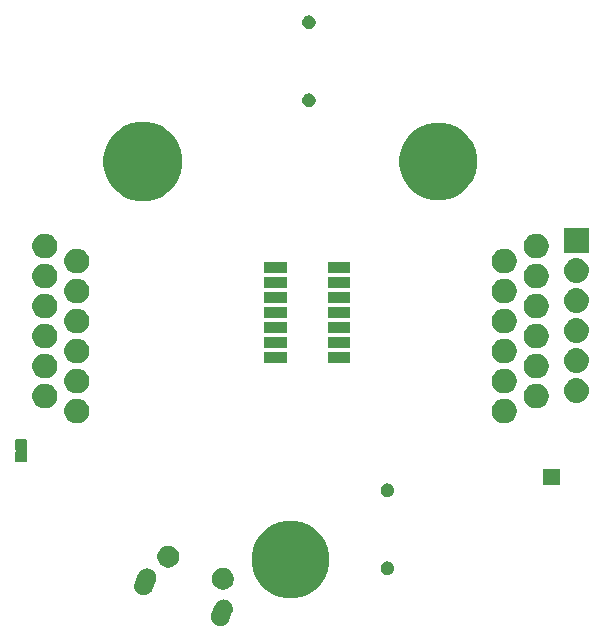
<source format=gbs>
G04 #@! TF.GenerationSoftware,KiCad,Pcbnew,(5.0.0)*
G04 #@! TF.CreationDate,2019-01-09T16:41:52-03:00*
G04 #@! TF.ProjectId,PCB_C,5043425F432E6B696361645F70636200,rev?*
G04 #@! TF.SameCoordinates,Original*
G04 #@! TF.FileFunction,Soldermask,Bot*
G04 #@! TF.FilePolarity,Negative*
%FSLAX46Y46*%
G04 Gerber Fmt 4.6, Leading zero omitted, Abs format (unit mm)*
G04 Created by KiCad (PCBNEW (5.0.0)) date 01/09/19 16:41:52*
%MOMM*%
%LPD*%
G01*
G04 APERTURE LIST*
%ADD10C,0.100000*%
G04 APERTURE END LIST*
D10*
G36*
X-5522580Y-23594637D02*
X-5409184Y-23627957D01*
X-5371385Y-23639064D01*
X-5231765Y-23712134D01*
X-5109079Y-23811040D01*
X-5008050Y-23931977D01*
X-4981394Y-23980817D01*
X-4932554Y-24070302D01*
X-4912733Y-24133648D01*
X-4885494Y-24220700D01*
X-4868681Y-24377383D01*
X-4868681Y-24377384D01*
X-4882758Y-24534341D01*
X-4909395Y-24624991D01*
X-4916054Y-24647654D01*
X-5207717Y-25369544D01*
X-5262479Y-25474182D01*
X-5361385Y-25596868D01*
X-5482322Y-25697897D01*
X-5531162Y-25724553D01*
X-5620647Y-25773393D01*
X-5683993Y-25793214D01*
X-5771045Y-25820453D01*
X-5927727Y-25837266D01*
X-5927729Y-25837266D01*
X-6084685Y-25823189D01*
X-6198080Y-25789869D01*
X-6235879Y-25778762D01*
X-6375499Y-25705692D01*
X-6498185Y-25606786D01*
X-6599214Y-25485849D01*
X-6625870Y-25437009D01*
X-6674710Y-25347524D01*
X-6694531Y-25284178D01*
X-6721770Y-25197126D01*
X-6738583Y-25040444D01*
X-6724506Y-24883489D01*
X-6724506Y-24883486D01*
X-6691210Y-24770174D01*
X-6641709Y-24647654D01*
X-6399548Y-24048283D01*
X-6344785Y-23943644D01*
X-6245879Y-23820958D01*
X-6124942Y-23719929D01*
X-6040952Y-23674089D01*
X-5986617Y-23644433D01*
X-5923271Y-23624612D01*
X-5836220Y-23597373D01*
X-5679537Y-23580560D01*
X-5679536Y-23580560D01*
X-5522580Y-23594637D01*
X-5522580Y-23594637D01*
G37*
G36*
X962574Y-17026817D02*
X1563135Y-17275577D01*
X2103630Y-17636725D01*
X2563275Y-18096370D01*
X2924423Y-18636865D01*
X3173183Y-19237426D01*
X3300000Y-19874977D01*
X3300000Y-20525023D01*
X3173183Y-21162574D01*
X2924423Y-21763135D01*
X2563275Y-22303630D01*
X2103630Y-22763275D01*
X1563135Y-23124423D01*
X962574Y-23373183D01*
X325023Y-23500000D01*
X-325023Y-23500000D01*
X-962574Y-23373183D01*
X-1563135Y-23124423D01*
X-2103630Y-22763275D01*
X-2563275Y-22303630D01*
X-2924423Y-21763135D01*
X-3173183Y-21162574D01*
X-3300000Y-20525023D01*
X-3300000Y-19874977D01*
X-3173183Y-19237426D01*
X-2924423Y-18636865D01*
X-2563275Y-18096370D01*
X-2103630Y-17636725D01*
X-1563135Y-17275577D01*
X-962574Y-17026817D01*
X-325023Y-16900000D01*
X325023Y-16900000D01*
X962574Y-17026817D01*
X962574Y-17026817D01*
G37*
G36*
X-12012867Y-20972391D02*
X-11899472Y-21005711D01*
X-11861672Y-21016818D01*
X-11722052Y-21089888D01*
X-11599366Y-21188794D01*
X-11498337Y-21309731D01*
X-11471681Y-21358571D01*
X-11422841Y-21448056D01*
X-11412689Y-21480503D01*
X-11375781Y-21598454D01*
X-11360613Y-21739805D01*
X-11358968Y-21755138D01*
X-11373045Y-21912095D01*
X-11399682Y-22002745D01*
X-11406341Y-22025408D01*
X-11698004Y-22747298D01*
X-11752766Y-22851936D01*
X-11851672Y-22974622D01*
X-11972609Y-23075651D01*
X-12021449Y-23102307D01*
X-12110934Y-23151147D01*
X-12174280Y-23170968D01*
X-12261332Y-23198207D01*
X-12418014Y-23215020D01*
X-12418016Y-23215020D01*
X-12574972Y-23200943D01*
X-12688367Y-23167623D01*
X-12726166Y-23156516D01*
X-12865786Y-23083446D01*
X-12988472Y-22984540D01*
X-13089501Y-22863603D01*
X-13144257Y-22763277D01*
X-13164997Y-22725278D01*
X-13184818Y-22661932D01*
X-13212057Y-22574880D01*
X-13228870Y-22418198D01*
X-13218595Y-22303630D01*
X-13214793Y-22261240D01*
X-13181497Y-22147928D01*
X-13162425Y-22100723D01*
X-12889835Y-21426037D01*
X-12835072Y-21321398D01*
X-12736166Y-21198712D01*
X-12615229Y-21097683D01*
X-12531239Y-21051843D01*
X-12476904Y-21022187D01*
X-12413558Y-21002366D01*
X-12326507Y-20975127D01*
X-12169824Y-20958314D01*
X-12169823Y-20958314D01*
X-12012867Y-20972391D01*
X-12012867Y-20972391D01*
G37*
G36*
X-5449567Y-20941456D02*
X-5449564Y-20941457D01*
X-5449565Y-20941457D01*
X-5281226Y-21011185D01*
X-5131767Y-21111050D01*
X-5129722Y-21112417D01*
X-5000885Y-21241254D01*
X-5000883Y-21241257D01*
X-4899653Y-21392758D01*
X-4881262Y-21437158D01*
X-4829924Y-21561099D01*
X-4794378Y-21739804D01*
X-4794378Y-21922016D01*
X-4829924Y-22100721D01*
X-4829925Y-22100723D01*
X-4899653Y-22269062D01*
X-4899654Y-22269063D01*
X-5000885Y-22420566D01*
X-5129722Y-22549403D01*
X-5129725Y-22549405D01*
X-5281226Y-22650635D01*
X-5411430Y-22704567D01*
X-5449567Y-22720364D01*
X-5628272Y-22755910D01*
X-5810484Y-22755910D01*
X-5989189Y-22720364D01*
X-6027326Y-22704567D01*
X-6157530Y-22650635D01*
X-6309031Y-22549405D01*
X-6309034Y-22549403D01*
X-6437871Y-22420566D01*
X-6539102Y-22269063D01*
X-6539103Y-22269062D01*
X-6608831Y-22100723D01*
X-6608832Y-22100721D01*
X-6644378Y-21922016D01*
X-6644378Y-21739804D01*
X-6608832Y-21561099D01*
X-6557494Y-21437158D01*
X-6539103Y-21392758D01*
X-6437873Y-21241257D01*
X-6437871Y-21241254D01*
X-6309034Y-21112417D01*
X-6306989Y-21111050D01*
X-6157530Y-21011185D01*
X-5989191Y-20941457D01*
X-5989192Y-20941457D01*
X-5989189Y-20941456D01*
X-5810484Y-20905910D01*
X-5628272Y-20905910D01*
X-5449567Y-20941456D01*
X-5449567Y-20941456D01*
G37*
G36*
X8367721Y-20374697D02*
X8472364Y-20418041D01*
X8566544Y-20480970D01*
X8646630Y-20561056D01*
X8709559Y-20655236D01*
X8752903Y-20759879D01*
X8775000Y-20870968D01*
X8775000Y-20984232D01*
X8752903Y-21095321D01*
X8709559Y-21199964D01*
X8646630Y-21294144D01*
X8566544Y-21374230D01*
X8472364Y-21437159D01*
X8367721Y-21480503D01*
X8256633Y-21502600D01*
X8143367Y-21502600D01*
X8032279Y-21480503D01*
X7927636Y-21437159D01*
X7833456Y-21374230D01*
X7753370Y-21294144D01*
X7690441Y-21199964D01*
X7647097Y-21095321D01*
X7625000Y-20984232D01*
X7625000Y-20870968D01*
X7647097Y-20759879D01*
X7690441Y-20655236D01*
X7753370Y-20561056D01*
X7833456Y-20480970D01*
X7927636Y-20418041D01*
X8032279Y-20374697D01*
X8143367Y-20352600D01*
X8256633Y-20352600D01*
X8367721Y-20374697D01*
X8367721Y-20374697D01*
G37*
G36*
X-10085486Y-19068423D02*
X-10085483Y-19068424D01*
X-10085484Y-19068424D01*
X-9917145Y-19138152D01*
X-9917144Y-19138153D01*
X-9765641Y-19239384D01*
X-9636804Y-19368221D01*
X-9636802Y-19368224D01*
X-9535572Y-19519725D01*
X-9481640Y-19649929D01*
X-9465843Y-19688066D01*
X-9430297Y-19866771D01*
X-9430297Y-20048983D01*
X-9465843Y-20227688D01*
X-9465844Y-20227690D01*
X-9535572Y-20396029D01*
X-9535573Y-20396030D01*
X-9636804Y-20547533D01*
X-9765641Y-20676370D01*
X-9765644Y-20676372D01*
X-9917145Y-20777602D01*
X-10047349Y-20831534D01*
X-10085486Y-20847331D01*
X-10264191Y-20882877D01*
X-10446403Y-20882877D01*
X-10625108Y-20847331D01*
X-10663245Y-20831534D01*
X-10793449Y-20777602D01*
X-10944950Y-20676372D01*
X-10944953Y-20676370D01*
X-11073790Y-20547533D01*
X-11175021Y-20396030D01*
X-11175022Y-20396029D01*
X-11244750Y-20227690D01*
X-11244751Y-20227688D01*
X-11280297Y-20048983D01*
X-11280297Y-19866771D01*
X-11244751Y-19688066D01*
X-11228954Y-19649929D01*
X-11175022Y-19519725D01*
X-11073792Y-19368224D01*
X-11073790Y-19368221D01*
X-10944953Y-19239384D01*
X-10793450Y-19138153D01*
X-10793449Y-19138152D01*
X-10625110Y-19068424D01*
X-10625111Y-19068424D01*
X-10625108Y-19068423D01*
X-10446403Y-19032877D01*
X-10264191Y-19032877D01*
X-10085486Y-19068423D01*
X-10085486Y-19068423D01*
G37*
G36*
X8367721Y-13774697D02*
X8472364Y-13818041D01*
X8566544Y-13880970D01*
X8646630Y-13961056D01*
X8709559Y-14055236D01*
X8752903Y-14159879D01*
X8775000Y-14270968D01*
X8775000Y-14384232D01*
X8752903Y-14495321D01*
X8709559Y-14599964D01*
X8646630Y-14694144D01*
X8566544Y-14774230D01*
X8472364Y-14837159D01*
X8367721Y-14880503D01*
X8256633Y-14902600D01*
X8143367Y-14902600D01*
X8032279Y-14880503D01*
X7927636Y-14837159D01*
X7833456Y-14774230D01*
X7753370Y-14694144D01*
X7690441Y-14599964D01*
X7647097Y-14495321D01*
X7625000Y-14384232D01*
X7625000Y-14270968D01*
X7647097Y-14159879D01*
X7690441Y-14055236D01*
X7753370Y-13961056D01*
X7833456Y-13880970D01*
X7927636Y-13818041D01*
X8032279Y-13774697D01*
X8143367Y-13752600D01*
X8256633Y-13752600D01*
X8367721Y-13774697D01*
X8367721Y-13774697D01*
G37*
G36*
X22800000Y-13900000D02*
X21400000Y-13900000D01*
X21400000Y-12500000D01*
X22800000Y-12500000D01*
X22800000Y-13900000D01*
X22800000Y-13900000D01*
G37*
G36*
X-22438226Y-10019948D02*
X-22403632Y-10030442D01*
X-22371759Y-10047478D01*
X-22343813Y-10070413D01*
X-22320878Y-10098359D01*
X-22303842Y-10130232D01*
X-22293348Y-10164826D01*
X-22289200Y-10206941D01*
X-22289200Y-10814659D01*
X-22293348Y-10856774D01*
X-22303842Y-10891368D01*
X-22324987Y-10930928D01*
X-22328957Y-10936869D01*
X-22338336Y-10959508D01*
X-22343117Y-10983541D01*
X-22343119Y-11008045D01*
X-22338340Y-11032079D01*
X-22328963Y-11054718D01*
X-22324995Y-11060658D01*
X-22303842Y-11100232D01*
X-22293348Y-11134826D01*
X-22289200Y-11176941D01*
X-22289200Y-11784659D01*
X-22293348Y-11826774D01*
X-22303842Y-11861368D01*
X-22320878Y-11893241D01*
X-22343813Y-11921187D01*
X-22371759Y-11944122D01*
X-22403632Y-11961158D01*
X-22438226Y-11971652D01*
X-22480341Y-11975800D01*
X-23138059Y-11975800D01*
X-23180174Y-11971652D01*
X-23214768Y-11961158D01*
X-23246641Y-11944122D01*
X-23274587Y-11921187D01*
X-23297522Y-11893241D01*
X-23314558Y-11861368D01*
X-23325052Y-11826774D01*
X-23329200Y-11784659D01*
X-23329200Y-11176941D01*
X-23325052Y-11134826D01*
X-23314558Y-11100232D01*
X-23293413Y-11060672D01*
X-23289443Y-11054731D01*
X-23280064Y-11032092D01*
X-23275283Y-11008059D01*
X-23275281Y-10983555D01*
X-23280060Y-10959521D01*
X-23289437Y-10936882D01*
X-23293405Y-10930942D01*
X-23314558Y-10891368D01*
X-23325052Y-10856774D01*
X-23329200Y-10814659D01*
X-23329200Y-10206941D01*
X-23325052Y-10164826D01*
X-23314558Y-10130232D01*
X-23297522Y-10098359D01*
X-23274587Y-10070413D01*
X-23246641Y-10047478D01*
X-23214768Y-10030442D01*
X-23180174Y-10019948D01*
X-23138059Y-10015800D01*
X-22480341Y-10015800D01*
X-22438226Y-10019948D01*
X-22438226Y-10019948D01*
G37*
G36*
X18225888Y-6574470D02*
X18406274Y-6610350D01*
X18597362Y-6689502D01*
X18769336Y-6804411D01*
X18915589Y-6950664D01*
X19030498Y-7122638D01*
X19109650Y-7313726D01*
X19150000Y-7516584D01*
X19150000Y-7723416D01*
X19109650Y-7926274D01*
X19030498Y-8117362D01*
X18915589Y-8289336D01*
X18769336Y-8435589D01*
X18597362Y-8550498D01*
X18406274Y-8629650D01*
X18225888Y-8665530D01*
X18203417Y-8670000D01*
X17996583Y-8670000D01*
X17974112Y-8665530D01*
X17793726Y-8629650D01*
X17602638Y-8550498D01*
X17430664Y-8435589D01*
X17284411Y-8289336D01*
X17169502Y-8117362D01*
X17090350Y-7926274D01*
X17050000Y-7723416D01*
X17050000Y-7516584D01*
X17090350Y-7313726D01*
X17169502Y-7122638D01*
X17284411Y-6950664D01*
X17430664Y-6804411D01*
X17602638Y-6689502D01*
X17793726Y-6610350D01*
X17974112Y-6574470D01*
X17996583Y-6570000D01*
X18203417Y-6570000D01*
X18225888Y-6574470D01*
X18225888Y-6574470D01*
G37*
G36*
X-17974112Y-6574470D02*
X-17793726Y-6610350D01*
X-17602638Y-6689502D01*
X-17430664Y-6804411D01*
X-17284411Y-6950664D01*
X-17169502Y-7122638D01*
X-17090350Y-7313726D01*
X-17050000Y-7516584D01*
X-17050000Y-7723416D01*
X-17090350Y-7926274D01*
X-17169502Y-8117362D01*
X-17284411Y-8289336D01*
X-17430664Y-8435589D01*
X-17602638Y-8550498D01*
X-17793726Y-8629650D01*
X-17974112Y-8665530D01*
X-17996583Y-8670000D01*
X-18203417Y-8670000D01*
X-18225888Y-8665530D01*
X-18406274Y-8629650D01*
X-18597362Y-8550498D01*
X-18769336Y-8435589D01*
X-18915589Y-8289336D01*
X-19030498Y-8117362D01*
X-19109650Y-7926274D01*
X-19150000Y-7723416D01*
X-19150000Y-7516584D01*
X-19109650Y-7313726D01*
X-19030498Y-7122638D01*
X-18915589Y-6950664D01*
X-18769336Y-6804411D01*
X-18597362Y-6689502D01*
X-18406274Y-6610350D01*
X-18225888Y-6574470D01*
X-18203417Y-6570000D01*
X-17996583Y-6570000D01*
X-17974112Y-6574470D01*
X-17974112Y-6574470D01*
G37*
G36*
X20925888Y-5304470D02*
X21106274Y-5340350D01*
X21297362Y-5419502D01*
X21469336Y-5534411D01*
X21615589Y-5680664D01*
X21730498Y-5852638D01*
X21809650Y-6043726D01*
X21850000Y-6246584D01*
X21850000Y-6453416D01*
X21809650Y-6656274D01*
X21730498Y-6847362D01*
X21615589Y-7019336D01*
X21469336Y-7165589D01*
X21297362Y-7280498D01*
X21106274Y-7359650D01*
X20925888Y-7395530D01*
X20903417Y-7400000D01*
X20696583Y-7400000D01*
X20674112Y-7395530D01*
X20493726Y-7359650D01*
X20302638Y-7280498D01*
X20130664Y-7165589D01*
X19984411Y-7019336D01*
X19869502Y-6847362D01*
X19790350Y-6656274D01*
X19750000Y-6453416D01*
X19750000Y-6246584D01*
X19790350Y-6043726D01*
X19869502Y-5852638D01*
X19984411Y-5680664D01*
X20130664Y-5534411D01*
X20302638Y-5419502D01*
X20493726Y-5340350D01*
X20674112Y-5304470D01*
X20696583Y-5300000D01*
X20903417Y-5300000D01*
X20925888Y-5304470D01*
X20925888Y-5304470D01*
G37*
G36*
X-20674112Y-5304470D02*
X-20493726Y-5340350D01*
X-20302638Y-5419502D01*
X-20130664Y-5534411D01*
X-19984411Y-5680664D01*
X-19869502Y-5852638D01*
X-19790350Y-6043726D01*
X-19750000Y-6246584D01*
X-19750000Y-6453416D01*
X-19790350Y-6656274D01*
X-19869502Y-6847362D01*
X-19984411Y-7019336D01*
X-20130664Y-7165589D01*
X-20302638Y-7280498D01*
X-20493726Y-7359650D01*
X-20674112Y-7395530D01*
X-20696583Y-7400000D01*
X-20903417Y-7400000D01*
X-20925888Y-7395530D01*
X-21106274Y-7359650D01*
X-21297362Y-7280498D01*
X-21469336Y-7165589D01*
X-21615589Y-7019336D01*
X-21730498Y-6847362D01*
X-21809650Y-6656274D01*
X-21850000Y-6453416D01*
X-21850000Y-6246584D01*
X-21809650Y-6043726D01*
X-21730498Y-5852638D01*
X-21615589Y-5680664D01*
X-21469336Y-5534411D01*
X-21297362Y-5419502D01*
X-21106274Y-5340350D01*
X-20925888Y-5304470D01*
X-20903417Y-5300000D01*
X-20696583Y-5300000D01*
X-20674112Y-5304470D01*
X-20674112Y-5304470D01*
G37*
G36*
X24334907Y-4850396D02*
X24412036Y-4857993D01*
X24543987Y-4898020D01*
X24609963Y-4918033D01*
X24792372Y-5015533D01*
X24952254Y-5146746D01*
X25083467Y-5306628D01*
X25180967Y-5489037D01*
X25180967Y-5489038D01*
X25241007Y-5686964D01*
X25261280Y-5892800D01*
X25241007Y-6098636D01*
X25200980Y-6230587D01*
X25180967Y-6296563D01*
X25083467Y-6478972D01*
X24952254Y-6638854D01*
X24792372Y-6770067D01*
X24609963Y-6867567D01*
X24543987Y-6887580D01*
X24412036Y-6927607D01*
X24334907Y-6935203D01*
X24257780Y-6942800D01*
X24154620Y-6942800D01*
X24077493Y-6935203D01*
X24000364Y-6927607D01*
X23868413Y-6887580D01*
X23802437Y-6867567D01*
X23620028Y-6770067D01*
X23460146Y-6638854D01*
X23328933Y-6478972D01*
X23231433Y-6296563D01*
X23211420Y-6230587D01*
X23171393Y-6098636D01*
X23151120Y-5892800D01*
X23171393Y-5686964D01*
X23231433Y-5489038D01*
X23231433Y-5489037D01*
X23328933Y-5306628D01*
X23460146Y-5146746D01*
X23620028Y-5015533D01*
X23802437Y-4918033D01*
X23868413Y-4898020D01*
X24000364Y-4857993D01*
X24077493Y-4850396D01*
X24154620Y-4842800D01*
X24257780Y-4842800D01*
X24334907Y-4850396D01*
X24334907Y-4850396D01*
G37*
G36*
X-17974112Y-4034470D02*
X-17793726Y-4070350D01*
X-17602638Y-4149502D01*
X-17430664Y-4264411D01*
X-17284411Y-4410664D01*
X-17169502Y-4582638D01*
X-17090350Y-4773726D01*
X-17050000Y-4976584D01*
X-17050000Y-5183416D01*
X-17090350Y-5386274D01*
X-17169502Y-5577362D01*
X-17284411Y-5749336D01*
X-17430664Y-5895589D01*
X-17602638Y-6010498D01*
X-17793726Y-6089650D01*
X-17974112Y-6125530D01*
X-17996583Y-6130000D01*
X-18203417Y-6130000D01*
X-18225888Y-6125530D01*
X-18406274Y-6089650D01*
X-18597362Y-6010498D01*
X-18769336Y-5895589D01*
X-18915589Y-5749336D01*
X-19030498Y-5577362D01*
X-19109650Y-5386274D01*
X-19150000Y-5183416D01*
X-19150000Y-4976584D01*
X-19109650Y-4773726D01*
X-19030498Y-4582638D01*
X-18915589Y-4410664D01*
X-18769336Y-4264411D01*
X-18597362Y-4149502D01*
X-18406274Y-4070350D01*
X-18225888Y-4034470D01*
X-18203417Y-4030000D01*
X-17996583Y-4030000D01*
X-17974112Y-4034470D01*
X-17974112Y-4034470D01*
G37*
G36*
X18225888Y-4034470D02*
X18406274Y-4070350D01*
X18597362Y-4149502D01*
X18769336Y-4264411D01*
X18915589Y-4410664D01*
X19030498Y-4582638D01*
X19109650Y-4773726D01*
X19150000Y-4976584D01*
X19150000Y-5183416D01*
X19109650Y-5386274D01*
X19030498Y-5577362D01*
X18915589Y-5749336D01*
X18769336Y-5895589D01*
X18597362Y-6010498D01*
X18406274Y-6089650D01*
X18225888Y-6125530D01*
X18203417Y-6130000D01*
X17996583Y-6130000D01*
X17974112Y-6125530D01*
X17793726Y-6089650D01*
X17602638Y-6010498D01*
X17430664Y-5895589D01*
X17284411Y-5749336D01*
X17169502Y-5577362D01*
X17090350Y-5386274D01*
X17050000Y-5183416D01*
X17050000Y-4976584D01*
X17090350Y-4773726D01*
X17169502Y-4582638D01*
X17284411Y-4410664D01*
X17430664Y-4264411D01*
X17602638Y-4149502D01*
X17793726Y-4070350D01*
X17974112Y-4034470D01*
X17996583Y-4030000D01*
X18203417Y-4030000D01*
X18225888Y-4034470D01*
X18225888Y-4034470D01*
G37*
G36*
X-20674112Y-2764470D02*
X-20493726Y-2800350D01*
X-20302638Y-2879502D01*
X-20130664Y-2994411D01*
X-19984411Y-3140664D01*
X-19869502Y-3312638D01*
X-19790350Y-3503726D01*
X-19750000Y-3706584D01*
X-19750000Y-3913416D01*
X-19790350Y-4116274D01*
X-19869502Y-4307362D01*
X-19984411Y-4479336D01*
X-20130664Y-4625589D01*
X-20302638Y-4740498D01*
X-20493726Y-4819650D01*
X-20674112Y-4855530D01*
X-20696583Y-4860000D01*
X-20903417Y-4860000D01*
X-20925888Y-4855530D01*
X-21106274Y-4819650D01*
X-21297362Y-4740498D01*
X-21469336Y-4625589D01*
X-21615589Y-4479336D01*
X-21730498Y-4307362D01*
X-21809650Y-4116274D01*
X-21850000Y-3913416D01*
X-21850000Y-3706584D01*
X-21809650Y-3503726D01*
X-21730498Y-3312638D01*
X-21615589Y-3140664D01*
X-21469336Y-2994411D01*
X-21297362Y-2879502D01*
X-21106274Y-2800350D01*
X-20925888Y-2764470D01*
X-20903417Y-2760000D01*
X-20696583Y-2760000D01*
X-20674112Y-2764470D01*
X-20674112Y-2764470D01*
G37*
G36*
X20925888Y-2764470D02*
X21106274Y-2800350D01*
X21297362Y-2879502D01*
X21469336Y-2994411D01*
X21615589Y-3140664D01*
X21730498Y-3312638D01*
X21809650Y-3503726D01*
X21850000Y-3706584D01*
X21850000Y-3913416D01*
X21809650Y-4116274D01*
X21730498Y-4307362D01*
X21615589Y-4479336D01*
X21469336Y-4625589D01*
X21297362Y-4740498D01*
X21106274Y-4819650D01*
X20925888Y-4855530D01*
X20903417Y-4860000D01*
X20696583Y-4860000D01*
X20674112Y-4855530D01*
X20493726Y-4819650D01*
X20302638Y-4740498D01*
X20130664Y-4625589D01*
X19984411Y-4479336D01*
X19869502Y-4307362D01*
X19790350Y-4116274D01*
X19750000Y-3913416D01*
X19750000Y-3706584D01*
X19790350Y-3503726D01*
X19869502Y-3312638D01*
X19984411Y-3140664D01*
X20130664Y-2994411D01*
X20302638Y-2879502D01*
X20493726Y-2800350D01*
X20674112Y-2764470D01*
X20696583Y-2760000D01*
X20903417Y-2760000D01*
X20925888Y-2764470D01*
X20925888Y-2764470D01*
G37*
G36*
X24334907Y-2310396D02*
X24412036Y-2317993D01*
X24543987Y-2358020D01*
X24609963Y-2378033D01*
X24792372Y-2475533D01*
X24952254Y-2606746D01*
X25083467Y-2766628D01*
X25180967Y-2949037D01*
X25180967Y-2949038D01*
X25241007Y-3146964D01*
X25261280Y-3352800D01*
X25241007Y-3558636D01*
X25228823Y-3598800D01*
X25180967Y-3756563D01*
X25083467Y-3938972D01*
X24952254Y-4098854D01*
X24792372Y-4230067D01*
X24609963Y-4327567D01*
X24543987Y-4347580D01*
X24412036Y-4387607D01*
X24334907Y-4395203D01*
X24257780Y-4402800D01*
X24154620Y-4402800D01*
X24077493Y-4395203D01*
X24000364Y-4387607D01*
X23868413Y-4347580D01*
X23802437Y-4327567D01*
X23620028Y-4230067D01*
X23460146Y-4098854D01*
X23328933Y-3938972D01*
X23231433Y-3756563D01*
X23183577Y-3598800D01*
X23171393Y-3558636D01*
X23151120Y-3352800D01*
X23171393Y-3146964D01*
X23231433Y-2949038D01*
X23231433Y-2949037D01*
X23328933Y-2766628D01*
X23460146Y-2606746D01*
X23620028Y-2475533D01*
X23802437Y-2378033D01*
X23868413Y-2358020D01*
X24000364Y-2317993D01*
X24077493Y-2310397D01*
X24154620Y-2302800D01*
X24257780Y-2302800D01*
X24334907Y-2310396D01*
X24334907Y-2310396D01*
G37*
G36*
X5072400Y-3598800D02*
X3172400Y-3598800D01*
X3172400Y-2598800D01*
X5072400Y-2598800D01*
X5072400Y-3598800D01*
X5072400Y-3598800D01*
G37*
G36*
X-327600Y-3598800D02*
X-2227600Y-3598800D01*
X-2227600Y-2598800D01*
X-327600Y-2598800D01*
X-327600Y-3598800D01*
X-327600Y-3598800D01*
G37*
G36*
X-17974112Y-1494470D02*
X-17793726Y-1530350D01*
X-17602638Y-1609502D01*
X-17430664Y-1724411D01*
X-17284411Y-1870664D01*
X-17169502Y-2042638D01*
X-17090350Y-2233726D01*
X-17050000Y-2436584D01*
X-17050000Y-2643416D01*
X-17090350Y-2846274D01*
X-17169502Y-3037362D01*
X-17284411Y-3209336D01*
X-17430664Y-3355589D01*
X-17602638Y-3470498D01*
X-17793726Y-3549650D01*
X-17974112Y-3585530D01*
X-17996583Y-3590000D01*
X-18203417Y-3590000D01*
X-18225888Y-3585530D01*
X-18406274Y-3549650D01*
X-18597362Y-3470498D01*
X-18769336Y-3355589D01*
X-18915589Y-3209336D01*
X-19030498Y-3037362D01*
X-19109650Y-2846274D01*
X-19150000Y-2643416D01*
X-19150000Y-2436584D01*
X-19109650Y-2233726D01*
X-19030498Y-2042638D01*
X-18915589Y-1870664D01*
X-18769336Y-1724411D01*
X-18597362Y-1609502D01*
X-18406274Y-1530350D01*
X-18225888Y-1494470D01*
X-18203417Y-1490000D01*
X-17996583Y-1490000D01*
X-17974112Y-1494470D01*
X-17974112Y-1494470D01*
G37*
G36*
X18225888Y-1494470D02*
X18406274Y-1530350D01*
X18597362Y-1609502D01*
X18769336Y-1724411D01*
X18915589Y-1870664D01*
X19030498Y-2042638D01*
X19109650Y-2233726D01*
X19150000Y-2436584D01*
X19150000Y-2643416D01*
X19109650Y-2846274D01*
X19030498Y-3037362D01*
X18915589Y-3209336D01*
X18769336Y-3355589D01*
X18597362Y-3470498D01*
X18406274Y-3549650D01*
X18225888Y-3585530D01*
X18203417Y-3590000D01*
X17996583Y-3590000D01*
X17974112Y-3585530D01*
X17793726Y-3549650D01*
X17602638Y-3470498D01*
X17430664Y-3355589D01*
X17284411Y-3209336D01*
X17169502Y-3037362D01*
X17090350Y-2846274D01*
X17050000Y-2643416D01*
X17050000Y-2436584D01*
X17090350Y-2233726D01*
X17169502Y-2042638D01*
X17284411Y-1870664D01*
X17430664Y-1724411D01*
X17602638Y-1609502D01*
X17793726Y-1530350D01*
X17974112Y-1494470D01*
X17996583Y-1490000D01*
X18203417Y-1490000D01*
X18225888Y-1494470D01*
X18225888Y-1494470D01*
G37*
G36*
X5072400Y-2328800D02*
X3172400Y-2328800D01*
X3172400Y-1328800D01*
X5072400Y-1328800D01*
X5072400Y-2328800D01*
X5072400Y-2328800D01*
G37*
G36*
X-327600Y-2328800D02*
X-2227600Y-2328800D01*
X-2227600Y-1328800D01*
X-327600Y-1328800D01*
X-327600Y-2328800D01*
X-327600Y-2328800D01*
G37*
G36*
X20925888Y-224470D02*
X21106274Y-260350D01*
X21297362Y-339502D01*
X21469336Y-454411D01*
X21615589Y-600664D01*
X21730498Y-772638D01*
X21809650Y-963726D01*
X21850000Y-1166584D01*
X21850000Y-1373416D01*
X21809650Y-1576274D01*
X21730498Y-1767362D01*
X21615589Y-1939336D01*
X21469336Y-2085589D01*
X21297362Y-2200498D01*
X21106274Y-2279650D01*
X20925888Y-2315530D01*
X20903417Y-2320000D01*
X20696583Y-2320000D01*
X20674112Y-2315530D01*
X20493726Y-2279650D01*
X20302638Y-2200498D01*
X20130664Y-2085589D01*
X19984411Y-1939336D01*
X19869502Y-1767362D01*
X19790350Y-1576274D01*
X19750000Y-1373416D01*
X19750000Y-1166584D01*
X19790350Y-963726D01*
X19869502Y-772638D01*
X19984411Y-600664D01*
X20130664Y-454411D01*
X20302638Y-339502D01*
X20493726Y-260350D01*
X20674112Y-224470D01*
X20696583Y-220000D01*
X20903417Y-220000D01*
X20925888Y-224470D01*
X20925888Y-224470D01*
G37*
G36*
X-20674112Y-224470D02*
X-20493726Y-260350D01*
X-20302638Y-339502D01*
X-20130664Y-454411D01*
X-19984411Y-600664D01*
X-19869502Y-772638D01*
X-19790350Y-963726D01*
X-19750000Y-1166584D01*
X-19750000Y-1373416D01*
X-19790350Y-1576274D01*
X-19869502Y-1767362D01*
X-19984411Y-1939336D01*
X-20130664Y-2085589D01*
X-20302638Y-2200498D01*
X-20493726Y-2279650D01*
X-20674112Y-2315530D01*
X-20696583Y-2320000D01*
X-20903417Y-2320000D01*
X-20925888Y-2315530D01*
X-21106274Y-2279650D01*
X-21297362Y-2200498D01*
X-21469336Y-2085589D01*
X-21615589Y-1939336D01*
X-21730498Y-1767362D01*
X-21809650Y-1576274D01*
X-21850000Y-1373416D01*
X-21850000Y-1166584D01*
X-21809650Y-963726D01*
X-21730498Y-772638D01*
X-21615589Y-600664D01*
X-21469336Y-454411D01*
X-21297362Y-339502D01*
X-21106274Y-260350D01*
X-20925888Y-224470D01*
X-20903417Y-220000D01*
X-20696583Y-220000D01*
X-20674112Y-224470D01*
X-20674112Y-224470D01*
G37*
G36*
X24334907Y229604D02*
X24412036Y222007D01*
X24543987Y181980D01*
X24609963Y161967D01*
X24792372Y64467D01*
X24952254Y-66746D01*
X25083467Y-226628D01*
X25180967Y-409037D01*
X25180967Y-409038D01*
X25241007Y-606964D01*
X25261280Y-812800D01*
X25241007Y-1018636D01*
X25228823Y-1058800D01*
X25180967Y-1216563D01*
X25083467Y-1398972D01*
X24952254Y-1558854D01*
X24792372Y-1690067D01*
X24609963Y-1787567D01*
X24543987Y-1807580D01*
X24412036Y-1847607D01*
X24334907Y-1855203D01*
X24257780Y-1862800D01*
X24154620Y-1862800D01*
X24077493Y-1855203D01*
X24000364Y-1847607D01*
X23868413Y-1807580D01*
X23802437Y-1787567D01*
X23620028Y-1690067D01*
X23460146Y-1558854D01*
X23328933Y-1398972D01*
X23231433Y-1216563D01*
X23183577Y-1058800D01*
X23171393Y-1018636D01*
X23151120Y-812800D01*
X23171393Y-606964D01*
X23231433Y-409038D01*
X23231433Y-409037D01*
X23328933Y-226628D01*
X23460146Y-66746D01*
X23620028Y64467D01*
X23802437Y161967D01*
X23868413Y181980D01*
X24000364Y222007D01*
X24077493Y229604D01*
X24154620Y237200D01*
X24257780Y237200D01*
X24334907Y229604D01*
X24334907Y229604D01*
G37*
G36*
X-327600Y-1058800D02*
X-2227600Y-1058800D01*
X-2227600Y-58800D01*
X-327600Y-58800D01*
X-327600Y-1058800D01*
X-327600Y-1058800D01*
G37*
G36*
X5072400Y-1058800D02*
X3172400Y-1058800D01*
X3172400Y-58800D01*
X5072400Y-58800D01*
X5072400Y-1058800D01*
X5072400Y-1058800D01*
G37*
G36*
X18225888Y1045530D02*
X18406274Y1009650D01*
X18597362Y930498D01*
X18769336Y815589D01*
X18915589Y669336D01*
X19030498Y497362D01*
X19109650Y306274D01*
X19150000Y103416D01*
X19150000Y-103416D01*
X19109650Y-306274D01*
X19030498Y-497362D01*
X18915589Y-669336D01*
X18769336Y-815589D01*
X18597362Y-930498D01*
X18406274Y-1009650D01*
X18225888Y-1045530D01*
X18203417Y-1050000D01*
X17996583Y-1050000D01*
X17974112Y-1045530D01*
X17793726Y-1009650D01*
X17602638Y-930498D01*
X17430664Y-815589D01*
X17284411Y-669336D01*
X17169502Y-497362D01*
X17090350Y-306274D01*
X17050000Y-103416D01*
X17050000Y103416D01*
X17090350Y306274D01*
X17169502Y497362D01*
X17284411Y669336D01*
X17430664Y815589D01*
X17602638Y930498D01*
X17793726Y1009650D01*
X17974112Y1045530D01*
X17996583Y1050000D01*
X18203417Y1050000D01*
X18225888Y1045530D01*
X18225888Y1045530D01*
G37*
G36*
X-17974112Y1045530D02*
X-17793726Y1009650D01*
X-17602638Y930498D01*
X-17430664Y815589D01*
X-17284411Y669336D01*
X-17169502Y497362D01*
X-17090350Y306274D01*
X-17050000Y103416D01*
X-17050000Y-103416D01*
X-17090350Y-306274D01*
X-17169502Y-497362D01*
X-17284411Y-669336D01*
X-17430664Y-815589D01*
X-17602638Y-930498D01*
X-17793726Y-1009650D01*
X-17974112Y-1045530D01*
X-17996583Y-1050000D01*
X-18203417Y-1050000D01*
X-18225888Y-1045530D01*
X-18406274Y-1009650D01*
X-18597362Y-930498D01*
X-18769336Y-815589D01*
X-18915589Y-669336D01*
X-19030498Y-497362D01*
X-19109650Y-306274D01*
X-19150000Y-103416D01*
X-19150000Y103416D01*
X-19109650Y306274D01*
X-19030498Y497362D01*
X-18915589Y669336D01*
X-18769336Y815589D01*
X-18597362Y930498D01*
X-18406274Y1009650D01*
X-18225888Y1045530D01*
X-18203417Y1050000D01*
X-17996583Y1050000D01*
X-17974112Y1045530D01*
X-17974112Y1045530D01*
G37*
G36*
X-327600Y211200D02*
X-2227600Y211200D01*
X-2227600Y1211200D01*
X-327600Y1211200D01*
X-327600Y211200D01*
X-327600Y211200D01*
G37*
G36*
X5072400Y211200D02*
X3172400Y211200D01*
X3172400Y1211200D01*
X5072400Y1211200D01*
X5072400Y211200D01*
X5072400Y211200D01*
G37*
G36*
X-20674112Y2315530D02*
X-20493726Y2279650D01*
X-20302638Y2200498D01*
X-20130664Y2085589D01*
X-19984411Y1939336D01*
X-19869502Y1767362D01*
X-19790350Y1576274D01*
X-19750000Y1373416D01*
X-19750000Y1166584D01*
X-19790350Y963726D01*
X-19869502Y772638D01*
X-19984411Y600664D01*
X-20130664Y454411D01*
X-20302638Y339502D01*
X-20493726Y260350D01*
X-20674112Y224470D01*
X-20696583Y220000D01*
X-20903417Y220000D01*
X-20925888Y224470D01*
X-21106274Y260350D01*
X-21297362Y339502D01*
X-21469336Y454411D01*
X-21615589Y600664D01*
X-21730498Y772638D01*
X-21809650Y963726D01*
X-21850000Y1166584D01*
X-21850000Y1373416D01*
X-21809650Y1576274D01*
X-21730498Y1767362D01*
X-21615589Y1939336D01*
X-21469336Y2085589D01*
X-21297362Y2200498D01*
X-21106274Y2279650D01*
X-20925888Y2315530D01*
X-20903417Y2320000D01*
X-20696583Y2320000D01*
X-20674112Y2315530D01*
X-20674112Y2315530D01*
G37*
G36*
X20925888Y2315530D02*
X21106274Y2279650D01*
X21297362Y2200498D01*
X21469336Y2085589D01*
X21615589Y1939336D01*
X21730498Y1767362D01*
X21809650Y1576274D01*
X21850000Y1373416D01*
X21850000Y1166584D01*
X21809650Y963726D01*
X21730498Y772638D01*
X21615589Y600664D01*
X21469336Y454411D01*
X21297362Y339502D01*
X21106274Y260350D01*
X20925888Y224470D01*
X20903417Y220000D01*
X20696583Y220000D01*
X20674112Y224470D01*
X20493726Y260350D01*
X20302638Y339502D01*
X20130664Y454411D01*
X19984411Y600664D01*
X19869502Y772638D01*
X19790350Y963726D01*
X19750000Y1166584D01*
X19750000Y1373416D01*
X19790350Y1576274D01*
X19869502Y1767362D01*
X19984411Y1939336D01*
X20130664Y2085589D01*
X20302638Y2200498D01*
X20493726Y2279650D01*
X20674112Y2315530D01*
X20696583Y2320000D01*
X20903417Y2320000D01*
X20925888Y2315530D01*
X20925888Y2315530D01*
G37*
G36*
X24334907Y2769603D02*
X24412036Y2762007D01*
X24543987Y2721980D01*
X24609963Y2701967D01*
X24792372Y2604467D01*
X24952254Y2473254D01*
X25083467Y2313372D01*
X25180967Y2130963D01*
X25180967Y2130962D01*
X25241007Y1933036D01*
X25261280Y1727200D01*
X25241007Y1521364D01*
X25228823Y1481200D01*
X25180967Y1323437D01*
X25083467Y1141028D01*
X24952254Y981146D01*
X24792372Y849933D01*
X24609963Y752433D01*
X24543987Y732420D01*
X24412036Y692393D01*
X24334907Y684796D01*
X24257780Y677200D01*
X24154620Y677200D01*
X24077493Y684796D01*
X24000364Y692393D01*
X23868413Y732420D01*
X23802437Y752433D01*
X23620028Y849933D01*
X23460146Y981146D01*
X23328933Y1141028D01*
X23231433Y1323437D01*
X23183577Y1481200D01*
X23171393Y1521364D01*
X23151120Y1727200D01*
X23171393Y1933036D01*
X23231433Y2130962D01*
X23231433Y2130963D01*
X23328933Y2313372D01*
X23460146Y2473254D01*
X23620028Y2604467D01*
X23802437Y2701967D01*
X23868413Y2721980D01*
X24000364Y2762007D01*
X24077493Y2769603D01*
X24154620Y2777200D01*
X24257780Y2777200D01*
X24334907Y2769603D01*
X24334907Y2769603D01*
G37*
G36*
X5072400Y1481200D02*
X3172400Y1481200D01*
X3172400Y2481200D01*
X5072400Y2481200D01*
X5072400Y1481200D01*
X5072400Y1481200D01*
G37*
G36*
X-327600Y1481200D02*
X-2227600Y1481200D01*
X-2227600Y2481200D01*
X-327600Y2481200D01*
X-327600Y1481200D01*
X-327600Y1481200D01*
G37*
G36*
X18225888Y3585530D02*
X18406274Y3549650D01*
X18597362Y3470498D01*
X18769336Y3355589D01*
X18915589Y3209336D01*
X19030498Y3037362D01*
X19109650Y2846274D01*
X19150000Y2643416D01*
X19150000Y2436584D01*
X19109650Y2233726D01*
X19030498Y2042638D01*
X18915589Y1870664D01*
X18769336Y1724411D01*
X18597362Y1609502D01*
X18406274Y1530350D01*
X18225888Y1494470D01*
X18203417Y1490000D01*
X17996583Y1490000D01*
X17974112Y1494470D01*
X17793726Y1530350D01*
X17602638Y1609502D01*
X17430664Y1724411D01*
X17284411Y1870664D01*
X17169502Y2042638D01*
X17090350Y2233726D01*
X17050000Y2436584D01*
X17050000Y2643416D01*
X17090350Y2846274D01*
X17169502Y3037362D01*
X17284411Y3209336D01*
X17430664Y3355589D01*
X17602638Y3470498D01*
X17793726Y3549650D01*
X17974112Y3585530D01*
X17996583Y3590000D01*
X18203417Y3590000D01*
X18225888Y3585530D01*
X18225888Y3585530D01*
G37*
G36*
X-17974112Y3585530D02*
X-17793726Y3549650D01*
X-17602638Y3470498D01*
X-17430664Y3355589D01*
X-17284411Y3209336D01*
X-17169502Y3037362D01*
X-17090350Y2846274D01*
X-17050000Y2643416D01*
X-17050000Y2436584D01*
X-17090350Y2233726D01*
X-17169502Y2042638D01*
X-17284411Y1870664D01*
X-17430664Y1724411D01*
X-17602638Y1609502D01*
X-17793726Y1530350D01*
X-17974112Y1494470D01*
X-17996583Y1490000D01*
X-18203417Y1490000D01*
X-18225888Y1494470D01*
X-18406274Y1530350D01*
X-18597362Y1609502D01*
X-18769336Y1724411D01*
X-18915589Y1870664D01*
X-19030498Y2042638D01*
X-19109650Y2233726D01*
X-19150000Y2436584D01*
X-19150000Y2643416D01*
X-19109650Y2846274D01*
X-19030498Y3037362D01*
X-18915589Y3209336D01*
X-18769336Y3355589D01*
X-18597362Y3470498D01*
X-18406274Y3549650D01*
X-18225888Y3585530D01*
X-18203417Y3590000D01*
X-17996583Y3590000D01*
X-17974112Y3585530D01*
X-17974112Y3585530D01*
G37*
G36*
X5072400Y2751200D02*
X3172400Y2751200D01*
X3172400Y3751200D01*
X5072400Y3751200D01*
X5072400Y2751200D01*
X5072400Y2751200D01*
G37*
G36*
X-327600Y2751200D02*
X-2227600Y2751200D01*
X-2227600Y3751200D01*
X-327600Y3751200D01*
X-327600Y2751200D01*
X-327600Y2751200D01*
G37*
G36*
X-20674112Y4855530D02*
X-20493726Y4819650D01*
X-20302638Y4740498D01*
X-20130664Y4625589D01*
X-19984411Y4479336D01*
X-19869502Y4307362D01*
X-19790350Y4116274D01*
X-19750000Y3913416D01*
X-19750000Y3706584D01*
X-19790350Y3503726D01*
X-19869502Y3312638D01*
X-19984411Y3140664D01*
X-20130664Y2994411D01*
X-20302638Y2879502D01*
X-20493726Y2800350D01*
X-20674112Y2764470D01*
X-20696583Y2760000D01*
X-20903417Y2760000D01*
X-20925888Y2764470D01*
X-21106274Y2800350D01*
X-21297362Y2879502D01*
X-21469336Y2994411D01*
X-21615589Y3140664D01*
X-21730498Y3312638D01*
X-21809650Y3503726D01*
X-21850000Y3706584D01*
X-21850000Y3913416D01*
X-21809650Y4116274D01*
X-21730498Y4307362D01*
X-21615589Y4479336D01*
X-21469336Y4625589D01*
X-21297362Y4740498D01*
X-21106274Y4819650D01*
X-20925888Y4855530D01*
X-20903417Y4860000D01*
X-20696583Y4860000D01*
X-20674112Y4855530D01*
X-20674112Y4855530D01*
G37*
G36*
X20925888Y4855530D02*
X21106274Y4819650D01*
X21297362Y4740498D01*
X21469336Y4625589D01*
X21615589Y4479336D01*
X21730498Y4307362D01*
X21809650Y4116274D01*
X21850000Y3913416D01*
X21850000Y3706584D01*
X21809650Y3503726D01*
X21730498Y3312638D01*
X21615589Y3140664D01*
X21469336Y2994411D01*
X21297362Y2879502D01*
X21106274Y2800350D01*
X20925888Y2764470D01*
X20903417Y2760000D01*
X20696583Y2760000D01*
X20674112Y2764470D01*
X20493726Y2800350D01*
X20302638Y2879502D01*
X20130664Y2994411D01*
X19984411Y3140664D01*
X19869502Y3312638D01*
X19790350Y3503726D01*
X19750000Y3706584D01*
X19750000Y3913416D01*
X19790350Y4116274D01*
X19869502Y4307362D01*
X19984411Y4479336D01*
X20130664Y4625589D01*
X20302638Y4740498D01*
X20493726Y4819650D01*
X20674112Y4855530D01*
X20696583Y4860000D01*
X20903417Y4860000D01*
X20925888Y4855530D01*
X20925888Y4855530D01*
G37*
G36*
X24334907Y5309604D02*
X24412036Y5302007D01*
X24543987Y5261980D01*
X24609963Y5241967D01*
X24792372Y5144467D01*
X24952254Y5013254D01*
X25083467Y4853372D01*
X25180967Y4670963D01*
X25180967Y4670962D01*
X25241007Y4473036D01*
X25261280Y4267200D01*
X25241007Y4061364D01*
X25228823Y4021200D01*
X25180967Y3863437D01*
X25083467Y3681028D01*
X24952254Y3521146D01*
X24792372Y3389933D01*
X24609963Y3292433D01*
X24543987Y3272420D01*
X24412036Y3232393D01*
X24334907Y3224796D01*
X24257780Y3217200D01*
X24154620Y3217200D01*
X24077493Y3224796D01*
X24000364Y3232393D01*
X23868413Y3272420D01*
X23802437Y3292433D01*
X23620028Y3389933D01*
X23460146Y3521146D01*
X23328933Y3681028D01*
X23231433Y3863437D01*
X23183577Y4021200D01*
X23171393Y4061364D01*
X23151120Y4267200D01*
X23171393Y4473036D01*
X23231433Y4670962D01*
X23231433Y4670963D01*
X23328933Y4853372D01*
X23460146Y5013254D01*
X23620028Y5144467D01*
X23802437Y5241967D01*
X23868413Y5261980D01*
X24000364Y5302007D01*
X24077493Y5309604D01*
X24154620Y5317200D01*
X24257780Y5317200D01*
X24334907Y5309604D01*
X24334907Y5309604D01*
G37*
G36*
X-327600Y4021200D02*
X-2227600Y4021200D01*
X-2227600Y5021200D01*
X-327600Y5021200D01*
X-327600Y4021200D01*
X-327600Y4021200D01*
G37*
G36*
X5072400Y4021200D02*
X3172400Y4021200D01*
X3172400Y5021200D01*
X5072400Y5021200D01*
X5072400Y4021200D01*
X5072400Y4021200D01*
G37*
G36*
X-17974112Y6125530D02*
X-17793726Y6089650D01*
X-17602638Y6010498D01*
X-17430664Y5895589D01*
X-17284411Y5749336D01*
X-17169502Y5577362D01*
X-17090350Y5386274D01*
X-17050000Y5183416D01*
X-17050000Y4976584D01*
X-17090350Y4773726D01*
X-17169502Y4582638D01*
X-17284411Y4410664D01*
X-17430664Y4264411D01*
X-17602638Y4149502D01*
X-17793726Y4070350D01*
X-17974112Y4034470D01*
X-17996583Y4030000D01*
X-18203417Y4030000D01*
X-18225888Y4034470D01*
X-18406274Y4070350D01*
X-18597362Y4149502D01*
X-18769336Y4264411D01*
X-18915589Y4410664D01*
X-19030498Y4582638D01*
X-19109650Y4773726D01*
X-19150000Y4976584D01*
X-19150000Y5183416D01*
X-19109650Y5386274D01*
X-19030498Y5577362D01*
X-18915589Y5749336D01*
X-18769336Y5895589D01*
X-18597362Y6010498D01*
X-18406274Y6089650D01*
X-18225888Y6125530D01*
X-18203417Y6130000D01*
X-17996583Y6130000D01*
X-17974112Y6125530D01*
X-17974112Y6125530D01*
G37*
G36*
X18225888Y6125530D02*
X18406274Y6089650D01*
X18597362Y6010498D01*
X18769336Y5895589D01*
X18915589Y5749336D01*
X19030498Y5577362D01*
X19109650Y5386274D01*
X19150000Y5183416D01*
X19150000Y4976584D01*
X19109650Y4773726D01*
X19030498Y4582638D01*
X18915589Y4410664D01*
X18769336Y4264411D01*
X18597362Y4149502D01*
X18406274Y4070350D01*
X18225888Y4034470D01*
X18203417Y4030000D01*
X17996583Y4030000D01*
X17974112Y4034470D01*
X17793726Y4070350D01*
X17602638Y4149502D01*
X17430664Y4264411D01*
X17284411Y4410664D01*
X17169502Y4582638D01*
X17090350Y4773726D01*
X17050000Y4976584D01*
X17050000Y5183416D01*
X17090350Y5386274D01*
X17169502Y5577362D01*
X17284411Y5749336D01*
X17430664Y5895589D01*
X17602638Y6010498D01*
X17793726Y6089650D01*
X17974112Y6125530D01*
X17996583Y6130000D01*
X18203417Y6130000D01*
X18225888Y6125530D01*
X18225888Y6125530D01*
G37*
G36*
X20925888Y7395530D02*
X21106274Y7359650D01*
X21297362Y7280498D01*
X21469336Y7165589D01*
X21615589Y7019336D01*
X21730498Y6847362D01*
X21809650Y6656274D01*
X21850000Y6453416D01*
X21850000Y6246584D01*
X21809650Y6043726D01*
X21730498Y5852638D01*
X21615589Y5680664D01*
X21469336Y5534411D01*
X21297362Y5419502D01*
X21106274Y5340350D01*
X20925888Y5304470D01*
X20903417Y5300000D01*
X20696583Y5300000D01*
X20674112Y5304470D01*
X20493726Y5340350D01*
X20302638Y5419502D01*
X20130664Y5534411D01*
X19984411Y5680664D01*
X19869502Y5852638D01*
X19790350Y6043726D01*
X19750000Y6246584D01*
X19750000Y6453416D01*
X19790350Y6656274D01*
X19869502Y6847362D01*
X19984411Y7019336D01*
X20130664Y7165589D01*
X20302638Y7280498D01*
X20493726Y7359650D01*
X20674112Y7395530D01*
X20696583Y7400000D01*
X20903417Y7400000D01*
X20925888Y7395530D01*
X20925888Y7395530D01*
G37*
G36*
X-20674112Y7395530D02*
X-20493726Y7359650D01*
X-20302638Y7280498D01*
X-20130664Y7165589D01*
X-19984411Y7019336D01*
X-19869502Y6847362D01*
X-19790350Y6656274D01*
X-19750000Y6453416D01*
X-19750000Y6246584D01*
X-19790350Y6043726D01*
X-19869502Y5852638D01*
X-19984411Y5680664D01*
X-20130664Y5534411D01*
X-20302638Y5419502D01*
X-20493726Y5340350D01*
X-20674112Y5304470D01*
X-20696583Y5300000D01*
X-20903417Y5300000D01*
X-20925888Y5304470D01*
X-21106274Y5340350D01*
X-21297362Y5419502D01*
X-21469336Y5534411D01*
X-21615589Y5680664D01*
X-21730498Y5852638D01*
X-21809650Y6043726D01*
X-21850000Y6246584D01*
X-21850000Y6453416D01*
X-21809650Y6656274D01*
X-21730498Y6847362D01*
X-21615589Y7019336D01*
X-21469336Y7165589D01*
X-21297362Y7280498D01*
X-21106274Y7359650D01*
X-20925888Y7395530D01*
X-20903417Y7400000D01*
X-20696583Y7400000D01*
X-20674112Y7395530D01*
X-20674112Y7395530D01*
G37*
G36*
X25256200Y5757200D02*
X23156200Y5757200D01*
X23156200Y7857200D01*
X25256200Y7857200D01*
X25256200Y5757200D01*
X25256200Y5757200D01*
G37*
G36*
X-11522842Y16721262D02*
X-10913181Y16468732D01*
X-10364497Y16102113D01*
X-9897887Y15635503D01*
X-9531268Y15086819D01*
X-9278738Y14477158D01*
X-9150000Y13829948D01*
X-9150000Y13170052D01*
X-9278738Y12522842D01*
X-9531268Y11913181D01*
X-9897887Y11364497D01*
X-10364497Y10897887D01*
X-10913181Y10531268D01*
X-11522842Y10278738D01*
X-12170052Y10150000D01*
X-12829948Y10150000D01*
X-13477158Y10278738D01*
X-14086819Y10531268D01*
X-14635503Y10897887D01*
X-15102113Y11364497D01*
X-15468732Y11913181D01*
X-15721262Y12522842D01*
X-15850000Y13170052D01*
X-15850000Y13829948D01*
X-15721262Y14477158D01*
X-15468732Y15086819D01*
X-15102113Y15635503D01*
X-14635503Y16102113D01*
X-14086819Y16468732D01*
X-13477158Y16721262D01*
X-12829948Y16850000D01*
X-12170052Y16850000D01*
X-11522842Y16721262D01*
X-11522842Y16721262D01*
G37*
G36*
X13462574Y16673183D02*
X14063135Y16424423D01*
X14603630Y16063275D01*
X15063275Y15603630D01*
X15424423Y15063135D01*
X15673183Y14462574D01*
X15800000Y13825023D01*
X15800000Y13174977D01*
X15673183Y12537426D01*
X15424423Y11936865D01*
X15063275Y11396370D01*
X14603630Y10936725D01*
X14063135Y10575577D01*
X13462574Y10326817D01*
X12825023Y10200000D01*
X12174977Y10200000D01*
X11537426Y10326817D01*
X10936865Y10575577D01*
X10396370Y10936725D01*
X9936725Y11396370D01*
X9575577Y11936865D01*
X9326817Y12537426D01*
X9200000Y13174977D01*
X9200000Y13825023D01*
X9326817Y14462574D01*
X9575577Y15063135D01*
X9936725Y15603630D01*
X10396370Y16063275D01*
X10936865Y16424423D01*
X11537426Y16673183D01*
X12174977Y16800000D01*
X12825023Y16800000D01*
X13462574Y16673183D01*
X13462574Y16673183D01*
G37*
G36*
X1717721Y19252903D02*
X1822364Y19209559D01*
X1916544Y19146630D01*
X1996630Y19066544D01*
X2059559Y18972364D01*
X2102903Y18867721D01*
X2125000Y18756632D01*
X2125000Y18643368D01*
X2102903Y18532279D01*
X2059559Y18427636D01*
X1996630Y18333456D01*
X1916544Y18253370D01*
X1822364Y18190441D01*
X1717721Y18147097D01*
X1606633Y18125000D01*
X1493367Y18125000D01*
X1382279Y18147097D01*
X1277636Y18190441D01*
X1183456Y18253370D01*
X1103370Y18333456D01*
X1040441Y18427636D01*
X997097Y18532279D01*
X975000Y18643368D01*
X975000Y18756632D01*
X997097Y18867721D01*
X1040441Y18972364D01*
X1103370Y19066544D01*
X1183456Y19146630D01*
X1277636Y19209559D01*
X1382279Y19252903D01*
X1493367Y19275000D01*
X1606633Y19275000D01*
X1717721Y19252903D01*
X1717721Y19252903D01*
G37*
G36*
X1717721Y25852903D02*
X1822364Y25809559D01*
X1916544Y25746630D01*
X1996630Y25666544D01*
X2059559Y25572364D01*
X2102903Y25467721D01*
X2125000Y25356632D01*
X2125000Y25243368D01*
X2102903Y25132279D01*
X2059559Y25027636D01*
X1996630Y24933456D01*
X1916544Y24853370D01*
X1822364Y24790441D01*
X1717721Y24747097D01*
X1606633Y24725000D01*
X1493367Y24725000D01*
X1382279Y24747097D01*
X1277636Y24790441D01*
X1183456Y24853370D01*
X1103370Y24933456D01*
X1040441Y25027636D01*
X997097Y25132279D01*
X975000Y25243368D01*
X975000Y25356632D01*
X997097Y25467721D01*
X1040441Y25572364D01*
X1103370Y25666544D01*
X1183456Y25746630D01*
X1277636Y25809559D01*
X1382279Y25852903D01*
X1493367Y25875000D01*
X1606633Y25875000D01*
X1717721Y25852903D01*
X1717721Y25852903D01*
G37*
M02*

</source>
